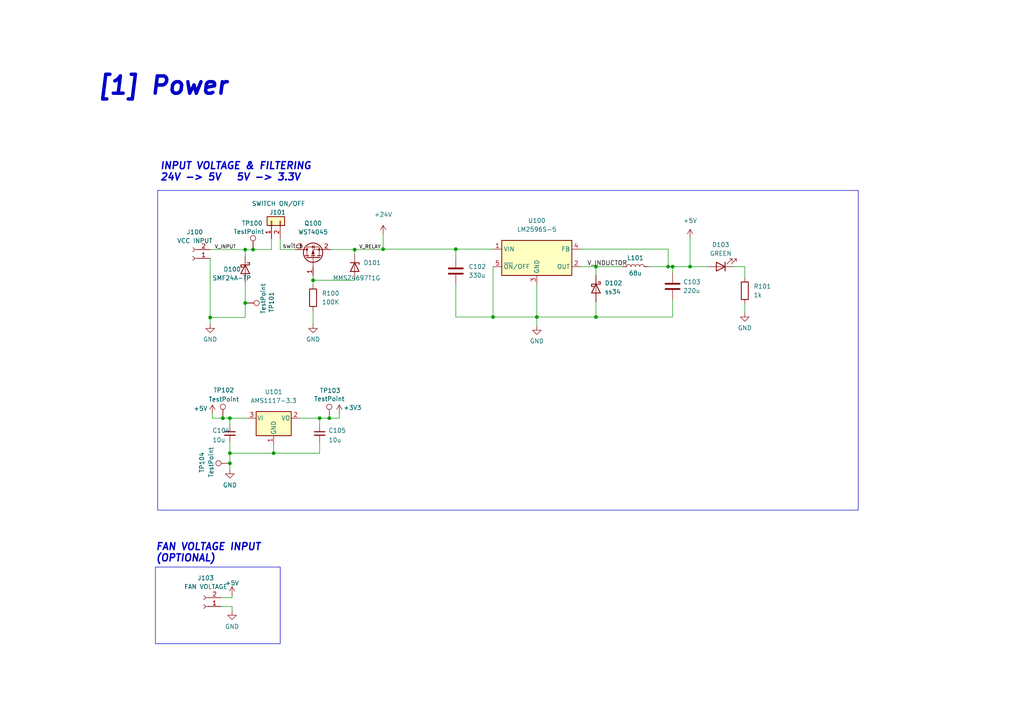
<source format=kicad_sch>
(kicad_sch (version 20230121) (generator eeschema)
  (paper "A4")
  (lib_symbols
    (symbol "Connector:Conn_01x02_Female" (pin_names (offset 1.016) hide)
      (property "Reference" "J" (at 0 2.54 0))
      (property "Value" "Conn_01x02_Female" (at 0 -5.08 0))
      (symbol "Conn_01x02_Female_1_1"
        (arc (start 0 -2.032) (mid -0.5058 -2.54) (end 0 -3.048) (stroke (width 0.1524)))
        (polyline (pts (xy -1.27 -2.54) (xy -0.508 -2.54)) (stroke (width 0.1524)))
        (polyline (pts (xy -1.27 0) (xy -0.508 0)) (stroke (width 0.1524)))
        (arc (start 0 0.508) (mid -0.5058 0) (end 0 -0.508) (stroke (width 0.1524)))
        (pin passive line (at -5.08 0 0) (length 3.81) (name "Pin_1") (number "1"))
        (pin passive line (at -5.08 -2.54 0) (length 3.81) (name "Pin_2") (number "2"))
      )
    )
    (symbol "Connector:TestPoint" (pin_numbers hide) (pin_names (offset 0.762) hide)
      (property "Reference" "TP" (at 0 6.858 0))
      (property "Value" "TestPoint" (at 0 5.08 0))
      (symbol "TestPoint_0_1"
        (circle (center 0 3.302) (radius 0.762))
      )
      (symbol "TestPoint_1_1"
        (pin passive line (at 0 0 90) (length 2.54) (name "1") (number "1"))
      )
    )
    (symbol "Connector_Generic:Conn_01x02" (pin_names (offset 1.016) hide)
      (property "Reference" "J" (at 0 2.54 0))
      (property "Value" "Conn_01x02" (at 0 -5.08 0))
      (symbol "Conn_01x02_1_1"
        (rectangle (start -1.27 -2.413) (end 0 -2.667) (stroke (width 0.1524)))
        (rectangle (start -1.27 0.127) (end 0 -0.127) (stroke (width 0.1524)))
        (rectangle (start -1.27 1.27) (end 1.27 -3.81) (stroke (width 0.254)) (fill (type background)))
        (pin passive line (at -5.08 0 0) (length 3.81) (name "Pin_1") (number "1"))
        (pin passive line (at -5.08 -2.54 0) (length 3.81) (name "Pin_2") (number "2"))
      )
    )
    (symbol "Device:C" (pin_numbers hide) (pin_names (offset 0.254))
      (property "Reference" "C" (at 0.635 2.54 0))
      (property "Value" "C" (at 0.635 -2.54 0))
      (symbol "C_0_1"
        (polyline (pts (xy -2.032 -0.762) (xy 2.032 -0.762)) (stroke (width 0.508)))
        (polyline (pts (xy -2.032 0.762) (xy 2.032 0.762)) (stroke (width 0.508)))
      )
      (symbol "C_1_1"
        (pin passive line (at 0 3.81 270) (length 2.794) (name "~") (number "1"))
        (pin passive line (at 0 -3.81 90) (length 2.794) (name "~") (number "2"))
      )
    )
    (symbol "Device:C_Small" (pin_numbers hide) (pin_names (offset 0.254) hide)
      (property "Reference" "C" (at 0.254 1.778 0))
      (property "Value" "C_Small" (at 0.254 -2.032 0))
      (symbol "C_Small_0_1"
        (polyline (pts (xy -1.524 -0.508) (xy 1.524 -0.508)) (stroke (width 0.3302)))
        (polyline (pts (xy -1.524 0.508) (xy 1.524 0.508)) (stroke (width 0.3048)))
      )
      (symbol "C_Small_1_1"
        (pin passive line (at 0 2.54 270) (length 2.032) (name "~") (number "1"))
        (pin passive line (at 0 -2.54 90) (length 2.032) (name "~") (number "2"))
      )
    )
    (symbol "Device:D_Schottky" (pin_numbers hide) (pin_names (offset 1.016) hide)
      (property "Reference" "D" (at 0 2.54 0))
      (property "Value" "D_Schottky" (at 0 -2.54 0))
      (symbol "D_Schottky_0_1"
        (polyline (pts (xy 1.27 0) (xy -1.27 0)))
        (polyline (pts (xy 1.27 1.27) (xy 1.27 -1.27) (xy -1.27 0) (xy 1.27 1.27)) (stroke (width 0.254)))
        (polyline (pts (xy -1.905 0.635) (xy -1.905 1.27) (xy -1.27 1.27) (xy -1.27 -1.27) (xy -0.635 -1.27) (xy -0.635 -0.635)) (stroke (width 0.254)))
      )
      (symbol "D_Schottky_1_1"
        (pin passive line (at -3.81 0 0) (length 2.54) (name "K") (number "1"))
        (pin passive line (at 3.81 0 180) (length 2.54) (name "A") (number "2"))
      )
    )
    (symbol "Device:D_Zener" (pin_numbers hide) (pin_names (offset 1.016) hide)
      (property "Reference" "D" (at 0 2.54 0))
      (property "Value" "D_Zener" (at 0 -2.54 0))
      (symbol "D_Zener_0_1"
        (polyline (pts (xy 1.27 0) (xy -1.27 0)))
        (polyline (pts (xy -1.27 -1.27) (xy -1.27 1.27) (xy -0.762 1.27)) (stroke (width 0.254)))
        (polyline (pts (xy 1.27 -1.27) (xy 1.27 1.27) (xy -1.27 0) (xy 1.27 -1.27)) (stroke (width 0.254)))
      )
      (symbol "D_Zener_1_1"
        (pin passive line (at -3.81 0 0) (length 2.54) (name "K") (number "1"))
        (pin passive line (at 3.81 0 180) (length 2.54) (name "A") (number "2"))
      )
    )
    (symbol "Device:L" (pin_numbers hide) (pin_names (offset 1.016) hide)
      (property "Reference" "L" (at -1.27 0 90))
      (property "Value" "L" (at 1.905 0 90))
      (symbol "L_0_1"
        (arc (start 0 -2.54) (mid 0.6323 -1.905) (end 0 -1.27))
        (arc (start 0 -1.27) (mid 0.6323 -0.635) (end 0 0))
        (arc (start 0 0) (mid 0.6323 0.635) (end 0 1.27))
        (arc (start 0 1.27) (mid 0.6323 1.905) (end 0 2.54))
      )
      (symbol "L_1_1"
        (pin passive line (at 0 3.81 270) (length 1.27) (name "1") (number "1"))
        (pin passive line (at 0 -3.81 90) (length 1.27) (name "2") (number "2"))
      )
    )
    (symbol "Device:LED" (pin_numbers hide) (pin_names (offset 1.016) hide)
      (property "Reference" "D" (at 0 2.54 0))
      (property "Value" "LED" (at 0 -2.54 0))
      (symbol "LED_0_1"
        (polyline (pts (xy -1.27 -1.27) (xy -1.27 1.27)) (stroke (width 0.254)))
        (polyline (pts (xy -1.27 0) (xy 1.27 0)))
        (polyline (pts (xy 1.27 -1.27) (xy 1.27 1.27) (xy -1.27 0) (xy 1.27 -1.27)) (stroke (width 0.254)))
        (polyline (pts (xy -3.048 -0.762) (xy -4.572 -2.286) (xy -3.81 -2.286) (xy -4.572 -2.286) (xy -4.572 -1.524)))
        (polyline (pts (xy -1.778 -0.762) (xy -3.302 -2.286) (xy -2.54 -2.286) (xy -3.302 -2.286) (xy -3.302 -1.524)))
      )
      (symbol "LED_1_1"
        (pin passive line (at -3.81 0 0) (length 2.54) (name "K") (number "1"))
        (pin passive line (at 3.81 0 180) (length 2.54) (name "A") (number "2"))
      )
    )
    (symbol "Device:R" (pin_numbers hide) (pin_names (offset 0))
      (property "Reference" "R" (at 2.032 0 90))
      (property "Value" "R" (at 0 0 90))
      (symbol "R_0_1"
        (rectangle (start -1.016 -2.54) (end 1.016 2.54) (stroke (width 0.254)))
      )
      (symbol "R_1_1"
        (pin passive line (at 0 3.81 270) (length 1.27) (name "~") (number "1"))
        (pin passive line (at 0 -3.81 90) (length 1.27) (name "~") (number "2"))
      )
    )
    (symbol "Regulator_Linear:AMS1117-3.3" (pin_names (offset 0.254))
      (property "Reference" "U" (at -3.81 3.175 0))
      (property "Value" "AMS1117-3.3" (at 0 3.175 0))
      (symbol "AMS1117-3.3_0_1"
        (rectangle (start -5.08 -5.08) (end 5.08 1.905) (stroke (width 0.254)) (fill (type background)))
      )
      (symbol "AMS1117-3.3_1_1"
        (pin power_in line (at 0 -7.62 90) (length 2.54) (name "GND") (number "1"))
        (pin power_out line (at 7.62 0 180) (length 2.54) (name "VO") (number "2"))
        (pin power_in line (at -7.62 0 0) (length 2.54) (name "VI") (number "3"))
      )
    )
    (symbol "Regulator_Switching:LM2596S-5"
      (property "Reference" "U" (at -10.16 6.35 0))
      (property "Value" "LM2596S-5" (at 0 6.35 0))
      (symbol "LM2596S-5_0_1"
        (rectangle (start -10.16 5.08) (end 10.16 -5.08) (stroke (width 0.254)) (fill (type background)))
      )
      (symbol "LM2596S-5_1_1"
        (pin power_in line (at -12.7 2.54 0) (length 2.54) (name "VIN") (number "1"))
        (pin output line (at 12.7 -2.54 180) (length 2.54) (name "OUT") (number "2"))
        (pin power_in line (at 0 -7.62 90) (length 2.54) (name "GND") (number "3"))
        (pin input line (at 12.7 2.54 180) (length 2.54) (name "FB") (number "4"))
        (pin input line (at -12.7 -2.54 0) (length 2.54) (name "~{ON}/OFF") (number "5"))
      )
    )
    (symbol "Transistor_FET:AO3401A" (pin_names hide)
      (property "Reference" "Q" (at 5.08 1.905 0))
      (property "Value" "AO3401A" (at 5.08 0 0))
      (symbol "AO3401A_0_1"
        (polyline (pts (xy 0.254 0) (xy -2.54 0)))
        (polyline (pts (xy 0.254 1.905) (xy 0.254 -1.905)) (stroke (width 0.254)))
        (polyline (pts (xy 0.762 -1.27) (xy 0.762 -2.286)) (stroke (width 0.254)))
        (polyline (pts (xy 0.762 0.508) (xy 0.762 -0.508)) (stroke (width 0.254)))
        (polyline (pts (xy 0.762 2.286) (xy 0.762 1.27)) (stroke (width 0.254)))
        (polyline (pts (xy 2.54 2.54) (xy 2.54 1.778)))
        (polyline (pts (xy 2.54 -2.54) (xy 2.54 0) (xy 0.762 0)))
        (polyline (pts (xy 0.762 1.778) (xy 3.302 1.778) (xy 3.302 -1.778) (xy 0.762 -1.778)))
        (polyline (pts (xy 2.286 0) (xy 1.27 0.381) (xy 1.27 -0.381) (xy 2.286 0)) (fill (type outline)))
        (polyline (pts (xy 2.794 -0.508) (xy 2.921 -0.381) (xy 3.683 -0.381) (xy 3.81 -0.254)))
        (polyline (pts (xy 3.302 -0.381) (xy 2.921 0.254) (xy 3.683 0.254) (xy 3.302 -0.381)))
        (circle (center 1.651 0) (radius 2.794) (stroke (width 0.254)))
        (circle (center 2.54 -1.778) (radius 0.254) (fill (type outline)))
        (circle (center 2.54 1.778) (radius 0.254) (fill (type outline)))
      )
      (symbol "AO3401A_1_1"
        (pin input line (at -5.08 0 0) (length 2.54) (name "G") (number "1"))
        (pin passive line (at 2.54 -5.08 90) (length 2.54) (name "S") (number "2"))
        (pin passive line (at 2.54 5.08 270) (length 2.54) (name "D") (number "3"))
      )
    )
    (symbol "power:+24V" (power) (pin_names (offset 0))
      (property "Value" "+24V" (at 0 3.556 0))
      (symbol "+24V_0_1"
        (polyline (pts (xy -0.762 1.27) (xy 0 2.54)))
        (polyline (pts (xy 0 0) (xy 0 2.54)))
        (polyline (pts (xy 0 2.54) (xy 0.762 1.27)))
      )
      (symbol "+24V_1_1"
        (pin power_in line (at 0 0 90) (length 0) hide (name "+24V") (number "1"))
      )
    )
    (symbol "power:+3V3" (power) (pin_names (offset 0))
      (property "Value" "+3V3" (at 0 3.556 0))
      (symbol "+3V3_0_1"
        (polyline (pts (xy -0.762 1.27) (xy 0 2.54)))
        (polyline (pts (xy 0 0) (xy 0 2.54)))
        (polyline (pts (xy 0 2.54) (xy 0.762 1.27)))
      )
      (symbol "+3V3_1_1"
        (pin power_in line (at 0 0 90) (length 0) hide (name "+3V3") (number "1"))
      )
    )
    (symbol "power:+5V" (power) (pin_names (offset 0))
      (property "Value" "+5V" (at 0 3.556 0))
      (symbol "+5V_0_1"
        (polyline (pts (xy -0.762 1.27) (xy 0 2.54)))
        (polyline (pts (xy 0 0) (xy 0 2.54)))
        (polyline (pts (xy 0 2.54) (xy 0.762 1.27)))
      )
      (symbol "+5V_1_1"
        (pin power_in line (at 0 0 90) (length 0) hide (name "+5V") (number "1"))
      )
    )
    (symbol "power:GND" (power) (pin_names (offset 0))
      (property "Value" "GND" (at 0 -3.81 0))
      (symbol "GND_0_1"
        (polyline (pts (xy 0 0) (xy 0 -1.27) (xy 1.27 -1.27) (xy 0 -2.54) (xy -1.27 -1.27) (xy 0 -1.27)))
      )
      (symbol "GND_1_1"
        (pin power_in line (at 0 0 270) (length 0) hide (name "GND") (number "1"))
      )
    )
  )
  (junction (at 172.847 91.948))
  (junction (at 143.002 91.948))
  (junction (at 195.072 77.343))
  (junction (at 60.96 92.075))
  (junction (at 111.125 72.263))
  (junction (at 132.207 72.263))
  (junction (at 71.12 72.39))
  (junction (at 66.675 131.445))
  (junction (at 155.702 91.948))
  (junction (at 64.643 121.285))
  (junction (at 71.12 87.884))
  (junction (at 66.675 121.285))
  (junction (at 102.87 72.39))
  (junction (at 90.805 81.28))
  (junction (at 95.504 121.285))
  (junction (at 73.406 72.39))
  (junction (at 66.675 134.366))
  (junction (at 193.802 77.343))
  (junction (at 92.71 121.285))
  (junction (at 200.152 77.343))
  (junction (at 79.375 131.445))
  (junction (at 172.847 77.343))
  (polyline (pts (xy 81.28 164.465) (xy 81.28 186.69)))
  (wire (pts (xy 90.805 81.28) (xy 90.805 82.55)))
  (wire (pts (xy 193.802 77.343) (xy 188.087 77.343)))
  (wire (pts (xy 172.847 77.343) (xy 180.467 77.343)))
  (polyline (pts (xy 248.92 147.955) (xy 45.72 147.955)))
  (wire (pts (xy 155.702 82.423) (xy 155.702 91.948)))
  (wire (pts (xy 79.375 128.905) (xy 79.375 131.445)))
  (polyline (pts (xy 45.72 55.245) (xy 248.92 55.245)))
  (wire (pts (xy 195.072 91.948) (xy 172.847 91.948)))
  (wire (pts (xy 61.595 121.285) (xy 64.643 121.285)))
  (wire (pts (xy 66.675 121.285) (xy 66.675 123.19)))
  (wire (pts (xy 172.847 79.883) (xy 172.847 77.343)))
  (wire (pts (xy 172.847 77.343) (xy 168.402 77.343)))
  (wire (pts (xy 66.675 121.285) (xy 71.755 121.285)))
  (wire (pts (xy 195.072 86.868) (xy 195.072 91.948)))
  (wire (pts (xy 60.96 92.075) (xy 71.12 92.075)))
  (wire (pts (xy 90.805 90.17) (xy 90.805 93.98)))
  (wire (pts (xy 132.207 74.803) (xy 132.207 72.263)))
  (wire (pts (xy 172.847 91.948) (xy 155.702 91.948)))
  (wire (pts (xy 132.207 82.423) (xy 132.207 91.948)))
  (wire (pts (xy 98.425 121.285) (xy 98.425 120.015)))
  (wire (pts (xy 86.995 121.285) (xy 92.71 121.285)))
  (wire (pts (xy 92.71 131.445) (xy 79.375 131.445)))
  (wire (pts (xy 79.375 131.445) (xy 66.675 131.445)))
  (polyline (pts (xy 248.92 55.245) (xy 248.92 147.955)))
  (wire (pts (xy 64.643 121.285) (xy 66.675 121.285)))
  (wire (pts (xy 71.12 81.915) (xy 71.12 87.884)))
  (wire (pts (xy 60.96 72.39) (xy 71.12 72.39)))
  (wire (pts (xy 66.675 131.445) (xy 66.675 134.366)))
  (wire (pts (xy 195.072 79.248) (xy 195.072 77.343)))
  (wire (pts (xy 60.96 92.075) (xy 60.96 93.98)))
  (wire (pts (xy 66.675 134.366) (xy 66.675 136.144)))
  (wire (pts (xy 71.12 87.884) (xy 71.12 92.075)))
  (wire (pts (xy 95.504 121.285) (xy 98.425 121.285)))
  (wire (pts (xy 216.027 77.343) (xy 216.027 80.518)))
  (wire (pts (xy 195.072 77.343) (xy 193.802 77.343)))
  (wire (pts (xy 200.152 69.088) (xy 200.152 77.343)))
  (wire (pts (xy 92.71 121.285) (xy 95.504 121.285)))
  (wire (pts (xy 60.96 74.93) (xy 60.96 92.075)))
  (wire (pts (xy 172.847 87.503) (xy 172.847 91.948)))
  (wire (pts (xy 200.152 77.343) (xy 195.072 77.343)))
  (wire (pts (xy 92.71 128.27) (xy 92.71 131.445)))
  (wire (pts (xy 90.805 80.01) (xy 90.805 81.28)))
  (wire (pts (xy 102.87 72.39) (xy 111.125 72.39)))
  (wire (pts (xy 78.74 69.215) (xy 78.74 72.39)))
  (wire (pts (xy 111.125 72.263) (xy 132.207 72.263)))
  (wire (pts (xy 102.87 72.39) (xy 102.87 73.66)))
  (wire (pts (xy 71.12 72.39) (xy 73.406 72.39)))
  (wire (pts (xy 64.135 173.355) (xy 67.31 173.355)))
  (wire (pts (xy 216.027 88.138) (xy 216.027 90.678)))
  (wire (pts (xy 92.71 121.285) (xy 92.71 123.19)))
  (wire (pts (xy 111.125 72.263) (xy 111.125 72.39)))
  (wire (pts (xy 90.805 81.28) (xy 102.87 81.28)))
  (wire (pts (xy 168.402 72.263) (xy 193.802 72.263)))
  (wire (pts (xy 61.595 120.015) (xy 61.595 121.285)))
  (wire (pts (xy 212.852 77.343) (xy 216.027 77.343)))
  (wire (pts (xy 67.31 173.355) (xy 67.31 172.72)))
  (polyline (pts (xy 81.28 186.69) (xy 45.085 186.69)))
  (polyline (pts (xy 45.085 164.465) (xy 45.085 186.69)))
  (wire (pts (xy 111.125 67.945) (xy 111.125 72.263)))
  (wire (pts (xy 64.135 175.895) (xy 67.31 175.895)))
  (wire (pts (xy 155.702 91.948) (xy 155.702 94.488)))
  (wire (pts (xy 73.406 72.39) (xy 78.74 72.39)))
  (wire (pts (xy 132.207 72.263) (xy 143.002 72.263)))
  (wire (pts (xy 205.232 77.343) (xy 200.152 77.343)))
  (wire (pts (xy 102.87 72.39) (xy 95.885 72.39)))
  (wire (pts (xy 81.28 69.215) (xy 81.28 72.39)))
  (wire (pts (xy 143.002 91.948) (xy 155.702 91.948)))
  (wire (pts (xy 143.002 77.343) (xy 143.002 91.948)))
  (polyline (pts (xy 45.72 55.245) (xy 45.72 147.955)))
  (wire (pts (xy 71.12 72.39) (xy 71.12 74.295)))
  (wire (pts (xy 67.31 175.895) (xy 67.31 177.165)))
  (wire (pts (xy 132.207 91.948) (xy 143.002 91.948)))
  (wire (pts (xy 81.28 72.39) (xy 85.725 72.39)))
  (wire (pts (xy 66.675 128.27) (xy 66.675 131.445)))
  (wire (pts (xy 193.802 72.263) (xy 193.802 77.343)))
  (polyline (pts (xy 45.085 164.465) (xy 81.28 164.465)))
  (text "[1] Power" (at 27.94 27.94 0) (effects (font (size 5.0038 5.0038) (thickness 1.0008) bold italic) (justify left bottom)))
  (text "INPUT VOLTAGE & FILTERING\n24V -> 5V   5V -> 3.3V" (at 46.355 52.705 0) (effects (font (size 2.032 2.032) (thickness 0.4064) bold italic) (justify left bottom)))
  (text "FAN VOLTAGE INPUT \n(OPTIONAL)" (at 45.085 163.195 0) (effects (font (size 2.032 2.032) (thickness 0.4064) bold italic) (justify left bottom)))
  (label "V_INDUCTOR" (at 170.307 77.343 0))
  (label "V_RELAY" (at 104.14 72.39 0) (effects (font (size 1.016 1.016))))
  (label "V_INPUT" (at 62.23 72.39 0) (effects (font (size 1.016 1.016))))
  (label "switch" (at 81.915 72.39 0))
  (symbol (lib_id "power:+3V3") (at 98.425 120.015 0) (unit 1)
    (property "Reference" "#PWR0101" (effects hide))
    (property "Value" "+3V3" (at 102.235 118.237 0))
  )
  (symbol (lib_id "Connector:Conn_01x02_Female") (at 59.055 175.895 180) (unit 1)
    (property "Reference" "J103" (at 59.69 167.64 0))
    (property "Value" "FAN VOLTAGE" (at 59.69 170.18 0))
    (property "Footprint" "Connector_PinHeader_2.54mm:PinHeader_1x02_P2.54mm_Vertical" (effects hide))
  )
  (symbol (lib_id "power:GND") (at 155.702 94.488 0) (unit 1)
    (property "Reference" "#PWR0103" (effects hide))
    (property "Value" "GND" (at 155.702 98.933 0))
  )
  (symbol (lib_id "power:+5V") (at 200.152 69.088 0) (unit 1)
    (property "Reference" "#PWR0111" (effects hide))
    (property "Value" "+5V" (at 200.152 64.008 0))
  )
  (symbol (lib_id "power:GND") (at 60.96 93.98 0) (unit 1)
    (property "Reference" "#PWR0106" (effects hide))
    (property "Value" "GND" (at 60.96 98.425 0))
  )
  (symbol (lib_id "power:GND") (at 66.675 136.144 0) (unit 1)
    (property "Reference" "#PWR0107" (effects hide))
    (property "Value" "GND" (at 66.675 140.7065 0))
  )
  (symbol (lib_id "Device:D_Schottky") (at 71.12 78.105 270) (unit 1)
    (property "Reference" "D100" (at 64.77 78.105 90) (effects (justify left)))
    (property "Value" "SMF24A-TP" (at 61.595 80.645 90) (effects (justify left)))
    (property "Footprint" "Jose_:SOD_123FL" (effects hide))
    (property "LCSC" "C545276" (effects hide))
  )
  (symbol (lib_id "Connector:TestPoint") (at 95.504 121.285 0) (unit 1)
    (property "Reference" "TP103" (at 92.71 113.284 0) (effects (justify left)))
    (property "Value" "TestPoint" (at 91.059 115.697 0) (effects (justify left)))
    (property "Footprint" "TestPoint:TestPoint_Pad_D2.0mm" (effects hide))
  )
  (symbol (lib_id "Connector:TestPoint") (at 64.643 121.285 0) (unit 1)
    (property "Reference" "TP102" (at 61.849 113.157 0) (effects (justify left)))
    (property "Value" "TestPoint" (at 60.452 115.824 0) (effects (justify left)))
    (property "Footprint" "TestPoint:TestPoint_Pad_D2.0mm" (effects hide))
  )
  (symbol (lib_id "Device:C_Small") (at 66.675 125.73 0) (unit 1)
    (property "Reference" "C104" (at 61.595 124.8599 0) (effects (justify left)))
    (property "Value" "10u" (at 61.595 127.635 0) (effects (justify left)))
    (property "Footprint" "Capacitor_SMD:C_0805_2012Metric" (effects hide))
    (property "LCSC" "C15850" (effects hide))
  )
  (symbol (lib_id "Device:L") (at 184.277 77.343 90) (unit 1)
    (property "Reference" "L101" (at 184.277 74.803 90))
    (property "Value" "68u" (at 184.277 79.248 90))
    (property "Footprint" "Jose_:SMD_12.3X12.3mm" (effects hide))
    (property "LCSC" "C2929504" (effects hide))
  )
  (symbol (lib_id "Device:LED") (at 209.042 77.343 180) (unit 1)
    (property "Reference" "D103" (at 209.042 70.993 0))
    (property "Value" "GREEN" (at 209.042 73.533 0))
    (property "Footprint" "LED_SMD:LED_0603_1608Metric" (effects hide))
    (property "LCSC" "C72043" (effects hide))
  )
  (symbol (lib_id "Device:R") (at 90.805 86.36 0) (unit 1)
    (property "Reference" "R100" (at 93.345 85.0899 0) (effects (justify left)))
    (property "Value" "100K" (at 93.345 87.6299 0) (effects (justify left)))
    (property "Footprint" "Resistor_SMD:R_1206_3216Metric" (effects hide))
    (property "LCSC" "C17900" (effects hide))
  )
  (symbol (lib_id "Device:C") (at 132.207 78.613 0) (unit 1)
    (property "Reference" "C102" (at 135.89 77.3429 0) (effects (justify left)))
    (property "Value" "330u" (at 135.89 79.8829 0) (effects (justify left)))
    (property "Footprint" "Capacitor_SMD:C_Elec_10x10.2" (effects hide))
    (property "LCSC" "C239324" (effects hide))
  )
  (symbol (lib_id "Regulator_Linear:AMS1117-3.3") (at 79.375 121.285 0) (unit 1)
    (property "Reference" "U101" (at 79.375 113.665 0))
    (property "Value" "AMS1117-3.3" (at 79.375 116.205 0))
    (property "Footprint" "Package_TO_SOT_SMD:SOT-223-3_TabPin2" (effects hide))
    (property "Datasheet" "http://www.advanced-monolithic.com/pdf/ds1117.pdf" (effects hide))
    (property "LCSC" "C6186" (effects hide))
  )
  (symbol (lib_id "power:GND") (at 216.027 90.678 0) (unit 1)
    (property "Reference" "#PWR0104" (effects hide))
    (property "Value" "GND" (at 216.027 95.123 0))
  )
  (symbol (lib_id "power:GND") (at 90.805 93.98 0) (unit 1)
    (property "Reference" "#PWR0110" (effects hide))
    (property "Value" "GND" (at 90.805 98.425 0))
  )
  (symbol (lib_id "Connector_Generic:Conn_01x02") (at 78.74 64.135 90) (unit 1)
    (property "Reference" "J101" (at 78.105 61.595 90) (effects (justify right)))
    (property "Value" "SWITCH ON/OFF" (at 73.025 59.055 90) (effects (justify right)))
    (property "Footprint" "Connector_PinHeader_2.54mm:PinHeader_1x02_P2.54mm_Vertical" (effects hide))
  )
  (symbol (lib_id "Regulator_Switching:LM2596S-5") (at 155.702 74.803 0) (unit 1)
    (property "Reference" "U100" (at 155.702 64.008 0))
    (property "Value" "LM2596S-5" (at 155.702 66.548 0))
    (property "Footprint" "Package_TO_SOT_SMD:TO-263-5_TabPin3" (effects hide))
    (property "Datasheet" "http://www.ti.com/lit/ds/symlink/lm2596.pdf" (effects hide))
    (property "LCSC" "C10002" (effects hide))
  )
  (symbol (lib_id "power:+5V") (at 67.31 172.72 0) (unit 1)
    (property "Reference" "#PWR0108" (effects hide))
    (property "Value" "+5V" (at 67.31 169.1155 0))
  )
  (symbol (lib_id "Connector:TestPoint") (at 71.12 87.884 270) (unit 1)
    (property "Reference" "TP101" (at 78.74 84.582 0) (effects (justify left)))
    (property "Value" "TestPoint" (at 76.327 82.169 0) (effects (justify left)))
    (property "Footprint" "TestPoint:TestPoint_Pad_D2.0mm" (effects hide))
  )
  (symbol (lib_id "Device:D_Zener") (at 102.87 77.47 270) (unit 1)
    (property "Reference" "D101" (at 105.41 76.1999 90) (effects (justify left)))
    (property "Value" "MMSZ4697T1G" (at 96.52 80.645 90) (effects (justify left)))
    (property "Footprint" "Diode_SMD:D_SOD-123" (effects hide))
    (property "LCSC" "C48870" (effects hide))
  )
  (symbol (lib_id "power:GND") (at 67.31 177.165 0) (unit 1)
    (property "Reference" "#PWR0109" (effects hide))
    (property "Value" "GND" (at 67.31 181.7275 0))
  )
  (symbol (lib_id "Device:R") (at 216.027 84.328 180) (unit 1)
    (property "Reference" "R101" (at 218.567 83.058 0) (effects (justify right)))
    (property "Value" "1k" (at 218.567 85.598 0) (effects (justify right)))
    (property "Footprint" "Resistor_SMD:R_0603_1608Metric" (effects hide))
    (property "LCSC" "C21190" (effects hide))
  )
  (symbol (lib_id "Transistor_FET:AO3401A") (at 90.805 74.93 90) (unit 1)
    (property "Reference" "Q100" (at 90.805 64.77 90))
    (property "Value" "WST4045" (at 90.805 67.31 90))
    (property "Footprint" "Package_TO_SOT_SMD:SOT-23" (effects hide))
    (property "Datasheet" "http://www.aosmd.com/pdfs/datasheet/AO3401A.pdf" (effects hide))
    (property "LCSC" "C719073" (effects hide))
  )
  (symbol (lib_id "power:+24V") (at 111.125 67.945 0) (unit 1)
    (property "Reference" "#PWR0112" (effects hide))
    (property "Value" "+24V" (at 111.125 62.23 0))
  )
  (symbol (lib_id "Device:C_Small") (at 92.71 125.73 0) (unit 1)
    (property "Reference" "C105" (at 95.25 124.8599 0) (effects (justify left)))
    (property "Value" "10u" (at 95.25 127.635 0) (effects (justify left)))
    (property "Footprint" "Capacitor_SMD:C_0805_2012Metric" (effects hide))
    (property "LCSC" "C15850" (effects hide))
  )
  (symbol (lib_id "Device:D_Schottky") (at 172.847 83.693 270) (unit 1)
    (property "Reference" "D102" (at 175.387 82.1054 90) (effects (justify left)))
    (property "Value" "ss34" (at 175.387 84.6454 90) (effects (justify left)))
    (property "Footprint" "Diode_SMD:D_SMA" (effects hide))
    (property "LCSC" "C8678" (effects hide))
  )
  (symbol (lib_id "Connector:TestPoint") (at 73.406 72.39 0) (unit 1)
    (property "Reference" "TP100" (at 70.104 64.77 0) (effects (justify left)))
    (property "Value" "TestPoint" (at 67.691 67.183 0) (effects (justify left)))
    (property "Footprint" "TestPoint:TestPoint_Pad_D2.0mm" (effects hide))
  )
  (symbol (lib_id "Connector:TestPoint") (at 66.675 134.366 90) (unit 1)
    (property "Reference" "TP104" (at 58.547 137.16 0) (effects (justify left)))
    (property "Value" "TestPoint" (at 61.214 138.557 0) (effects (justify left)))
    (property "Footprint" "TestPoint:TestPoint_Pad_D2.0mm" (effects hide))
  )
  (symbol (lib_id "power:+5V") (at 61.595 120.015 0) (unit 1)
    (property "Reference" "#PWR0105" (effects hide))
    (property "Value" "+5V" (at 58.166 118.491 0))
  )
  (symbol (lib_id "Device:C") (at 195.072 83.058 0) (unit 1)
    (property "Reference" "C103" (at 198.12 81.7879 0) (effects (justify left)))
    (property "Value" "220u" (at 198.12 84.3279 0) (effects (justify left)))
    (property "Footprint" "Capacitor_SMD:CP_Elec_10x10.5" (effects hide))
    (property "LCSC" "C2886113" (effects hide))
  )
  (symbol (lib_id "Connector:Conn_01x02_Female") (at 55.88 74.93 180) (unit 1)
    (property "Reference" "J100" (at 56.515 67.31 0))
    (property "Value" "VCC INPUT" (at 56.515 69.85 0))
    (property "Footprint" "Connector_Phoenix_MSTB:PhoenixContact_MSTBA_2,5_2-G-5,08_1x02_P5.08mm_Horizontal" (effects hide))
  )
)
</source>
